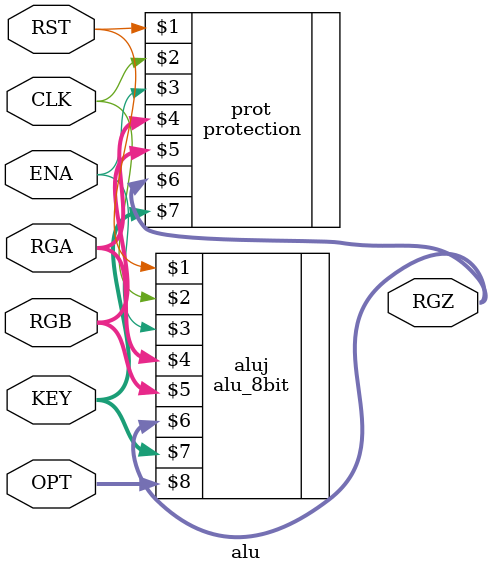
<source format=v>
`timescale 1ns / 1ps
`include "./module/selesai/protection.v"
`include "./module/selesai/alu_8bit.v"
module alu( RST, CLK, ENA, RGA, RGB, RGZ, KEY, OPT);
	input RST, CLK, ENA;
	input [7:0]OPT;
	input [7:0]RGA;
	input [7:0]RGB;
	output [7:0]RGZ;
	input [1:0]KEY;
	reg [7:0]tmp;
	
	protection prot(RST, CLK, ENA, RGA, RGB, RGZ, KEY);
	alu_8bit aluj(RST, CLK, ENA, RGA, RGB, RGZ, KEY, OPT);

endmodule
</source>
